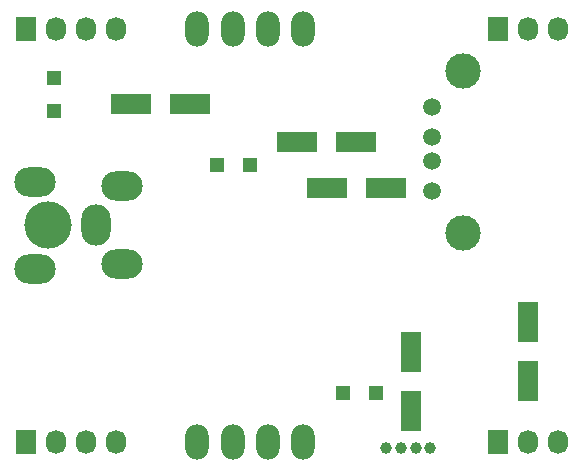
<source format=gbs>
G04 #@! TF.FileFunction,Soldermask,Bot*
%FSLAX46Y46*%
G04 Gerber Fmt 4.6, Leading zero omitted, Abs format (unit mm)*
G04 Created by KiCad (PCBNEW 4.0.2+dfsg1-stable) date tis 27 dec 2016 17:18:50*
%MOMM*%
G01*
G04 APERTURE LIST*
%ADD10C,0.100000*%
%ADD11C,1.501140*%
%ADD12C,2.999740*%
%ADD13R,3.500120X1.800860*%
%ADD14O,2.000000X3.000000*%
%ADD15R,1.800860X3.500120*%
%ADD16R,1.300000X1.300000*%
%ADD17R,1.727200X2.032000*%
%ADD18O,1.727200X2.032000*%
%ADD19C,1.000000*%
%ADD20O,3.500000X2.500000*%
%ADD21O,2.500000X3.500000*%
%ADD22C,4.000000*%
G04 APERTURE END LIST*
D10*
D11*
X166875880Y-94106140D03*
X166875880Y-96646140D03*
X166875880Y-98678140D03*
X166875880Y-101218140D03*
D12*
X169542880Y-91058140D03*
X169542880Y-104774140D03*
D13*
X158028640Y-101028500D03*
X163027360Y-101028500D03*
D14*
X153000000Y-87500000D03*
X156000000Y-87500000D03*
X150000000Y-87500000D03*
X147000000Y-87500000D03*
X150000000Y-122500000D03*
X153000000Y-122500000D03*
X147000000Y-122500000D03*
X156000000Y-122500000D03*
D15*
X165100000Y-114848640D03*
X165100000Y-119847360D03*
D13*
X155488640Y-97078800D03*
X160487360Y-97078800D03*
X141391640Y-93853000D03*
X146390360Y-93853000D03*
D16*
X159382000Y-118364000D03*
X162182000Y-118364000D03*
X148714000Y-99060000D03*
X151514000Y-99060000D03*
X134874000Y-94491000D03*
X134874000Y-91691000D03*
D15*
X175006000Y-112308640D03*
X175006000Y-117307360D03*
D17*
X132500000Y-87500000D03*
D18*
X135040000Y-87500000D03*
X137580000Y-87500000D03*
X140120000Y-87500000D03*
D17*
X132500000Y-122500000D03*
D18*
X135040000Y-122500000D03*
X137580000Y-122500000D03*
X140120000Y-122500000D03*
D19*
X166750000Y-123000000D03*
X165500000Y-123000000D03*
X163000000Y-123000000D03*
X164250000Y-123000000D03*
D17*
X172500000Y-122500000D03*
D18*
X175040000Y-122500000D03*
X177580000Y-122500000D03*
D17*
X172500000Y-87500000D03*
D18*
X175040000Y-87500000D03*
X177580000Y-87500000D03*
D20*
X133230000Y-107840000D03*
X133230000Y-100440000D03*
X140630000Y-100840000D03*
D21*
X138430000Y-104140000D03*
D20*
X140630000Y-107440000D03*
D22*
X134330000Y-104140000D03*
M02*

</source>
